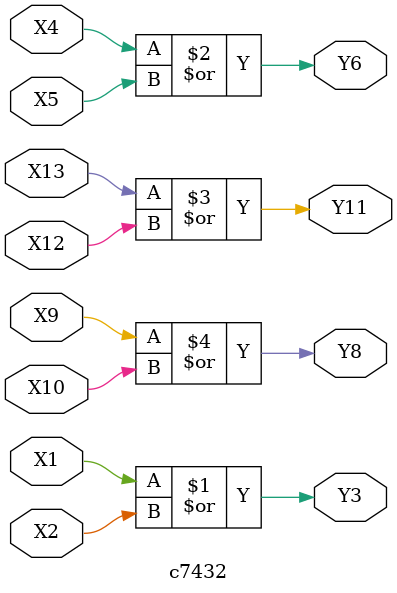
<source format=v>
module c7432(X1,X2,X4,X5,X9,X10,X12,X13,Y3,Y6,Y8,Y11);
input wire X1,X2,X4,X5,X9,X10,X12,X13;
output wire Y3,Y6,Y8,Y11;

assign Y3 = X1 | X2;
assign Y6 = X4 | X5;
assign Y11 = X13 | X12;
assign Y8 = X9 | X10;

endmodule
</source>
